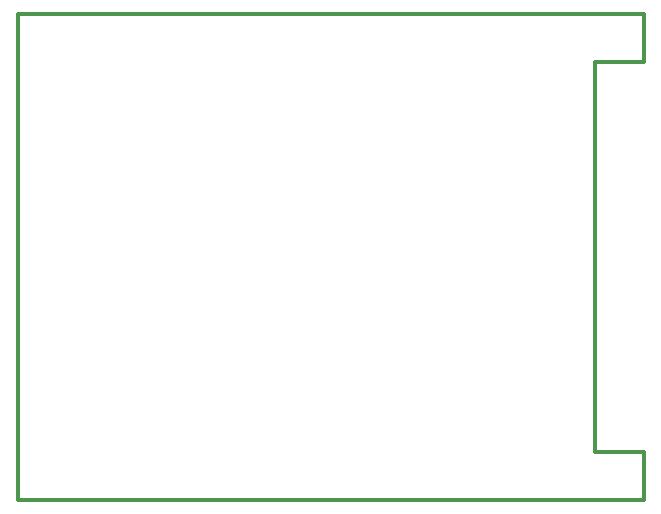
<source format=gm1>
G04*
G04 #@! TF.GenerationSoftware,Altium Limited,Altium Designer,19.1.7 (138)*
G04*
G04 Layer_Color=16711935*
%FSLAX44Y44*%
%MOMM*%
G71*
G01*
G75*
%ADD47C,0.3000*%
D47*
X427103Y675640D02*
Y1087120D01*
X957580D01*
Y1046480D02*
Y1087120D01*
X427103Y675640D02*
X957580D01*
Y716280D01*
X915670D02*
X957580D01*
X915670D02*
Y1046480D01*
X957580D01*
M02*

</source>
